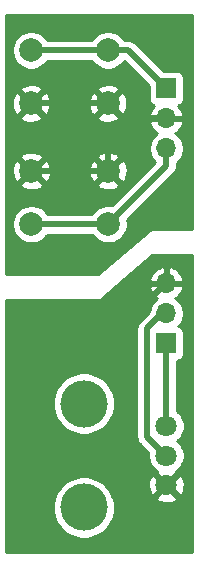
<source format=gbl>
G04 #@! TF.GenerationSoftware,KiCad,Pcbnew,(5.1.8)-1*
G04 #@! TF.CreationDate,2021-08-19T02:33:48+09:00*
G04 #@! TF.ProjectId,L3PSG6n9Side,4c335053-4736-46e3-9953-6964652e6b69,rev?*
G04 #@! TF.SameCoordinates,Original*
G04 #@! TF.FileFunction,Copper,L2,Bot*
G04 #@! TF.FilePolarity,Positive*
%FSLAX46Y46*%
G04 Gerber Fmt 4.6, Leading zero omitted, Abs format (unit mm)*
G04 Created by KiCad (PCBNEW (5.1.8)-1) date 2021-08-19 02:33:48*
%MOMM*%
%LPD*%
G01*
G04 APERTURE LIST*
G04 #@! TA.AperFunction,ComponentPad*
%ADD10C,2.000000*%
G04 #@! TD*
G04 #@! TA.AperFunction,ComponentPad*
%ADD11C,1.800000*%
G04 #@! TD*
G04 #@! TA.AperFunction,WasherPad*
%ADD12C,4.000000*%
G04 #@! TD*
G04 #@! TA.AperFunction,ComponentPad*
%ADD13R,1.700000X1.700000*%
G04 #@! TD*
G04 #@! TA.AperFunction,ComponentPad*
%ADD14O,1.700000X1.700000*%
G04 #@! TD*
G04 #@! TA.AperFunction,Conductor*
%ADD15C,0.500000*%
G04 #@! TD*
G04 #@! TA.AperFunction,Conductor*
%ADD16C,0.254000*%
G04 #@! TD*
G04 #@! TA.AperFunction,Conductor*
%ADD17C,0.100000*%
G04 #@! TD*
G04 APERTURE END LIST*
D10*
X77597000Y-69160000D03*
X77597000Y-73660000D03*
X71097000Y-69160000D03*
X71097000Y-73660000D03*
X71120000Y-83875000D03*
X71120000Y-79375000D03*
X77620000Y-83875000D03*
X77620000Y-79375000D03*
D11*
X82550000Y-105965000D03*
X82550000Y-103465000D03*
X82550000Y-100965000D03*
D12*
X75550000Y-107865000D03*
X75550000Y-99065000D03*
D13*
X82550000Y-93980000D03*
D14*
X82550000Y-91440000D03*
X82550000Y-88900000D03*
D13*
X82550000Y-72390000D03*
D14*
X82550000Y-74930000D03*
X82550000Y-77470000D03*
D15*
X81860000Y-71700000D02*
X82550000Y-72390000D01*
X71097000Y-69160000D02*
X77597000Y-69160000D01*
X79320000Y-69160000D02*
X82550000Y-72390000D01*
X77597000Y-69160000D02*
X79320000Y-69160000D01*
X78867000Y-74930000D02*
X77597000Y-73660000D01*
X82550000Y-74930000D02*
X78867000Y-74930000D01*
X77597000Y-73660000D02*
X71097000Y-73660000D01*
X71120000Y-79375000D02*
X77620000Y-79375000D01*
X77620000Y-76177000D02*
X78867000Y-74930000D01*
X77620000Y-79375000D02*
X77620000Y-76177000D01*
X82550000Y-78945000D02*
X77620000Y-83875000D01*
X82550000Y-77470000D02*
X82550000Y-78945000D01*
X77620000Y-83875000D02*
X71120000Y-83875000D01*
X82550000Y-93980000D02*
X82550000Y-100965000D01*
X82510000Y-103465000D02*
X82550000Y-103465000D01*
X80899999Y-101854999D02*
X82510000Y-103465000D01*
X80899999Y-92709001D02*
X80899999Y-101854999D01*
X82169000Y-91440000D02*
X80899999Y-92709001D01*
X82550000Y-91440000D02*
X82169000Y-91440000D01*
X82473692Y-88900000D02*
X79899989Y-91473703D01*
X82550000Y-88900000D02*
X82473692Y-88900000D01*
X79899989Y-103314989D02*
X82550000Y-105965000D01*
X79899989Y-91473703D02*
X79899989Y-103314989D01*
D16*
X84684001Y-84328000D02*
X81280000Y-84328000D01*
X81255224Y-84330440D01*
X81231399Y-84337667D01*
X81209443Y-84349403D01*
X81197349Y-84358574D01*
X76788019Y-88138000D01*
X68986000Y-88138000D01*
X68986000Y-83713967D01*
X69485000Y-83713967D01*
X69485000Y-84036033D01*
X69547832Y-84351912D01*
X69671082Y-84649463D01*
X69850013Y-84917252D01*
X70077748Y-85144987D01*
X70345537Y-85323918D01*
X70643088Y-85447168D01*
X70958967Y-85510000D01*
X71281033Y-85510000D01*
X71596912Y-85447168D01*
X71894463Y-85323918D01*
X72162252Y-85144987D01*
X72389987Y-84917252D01*
X72495059Y-84760000D01*
X76244941Y-84760000D01*
X76350013Y-84917252D01*
X76577748Y-85144987D01*
X76845537Y-85323918D01*
X77143088Y-85447168D01*
X77458967Y-85510000D01*
X77781033Y-85510000D01*
X78096912Y-85447168D01*
X78394463Y-85323918D01*
X78662252Y-85144987D01*
X78889987Y-84917252D01*
X79068918Y-84649463D01*
X79192168Y-84351912D01*
X79255000Y-84036033D01*
X79255000Y-83713967D01*
X79218103Y-83528475D01*
X83145049Y-79601530D01*
X83178817Y-79573817D01*
X83289411Y-79439059D01*
X83371589Y-79285313D01*
X83422195Y-79118490D01*
X83435000Y-78988477D01*
X83435000Y-78988469D01*
X83439281Y-78945000D01*
X83435000Y-78901531D01*
X83435000Y-78664656D01*
X83496632Y-78623475D01*
X83703475Y-78416632D01*
X83865990Y-78173411D01*
X83977932Y-77903158D01*
X84035000Y-77616260D01*
X84035000Y-77323740D01*
X83977932Y-77036842D01*
X83865990Y-76766589D01*
X83703475Y-76523368D01*
X83496632Y-76316525D01*
X83314466Y-76194805D01*
X83431355Y-76125178D01*
X83647588Y-75930269D01*
X83821641Y-75696920D01*
X83946825Y-75434099D01*
X83991476Y-75286890D01*
X83870155Y-75057000D01*
X82677000Y-75057000D01*
X82677000Y-75077000D01*
X82423000Y-75077000D01*
X82423000Y-75057000D01*
X81229845Y-75057000D01*
X81108524Y-75286890D01*
X81153175Y-75434099D01*
X81278359Y-75696920D01*
X81452412Y-75930269D01*
X81668645Y-76125178D01*
X81785534Y-76194805D01*
X81603368Y-76316525D01*
X81396525Y-76523368D01*
X81234010Y-76766589D01*
X81122068Y-77036842D01*
X81065000Y-77323740D01*
X81065000Y-77616260D01*
X81122068Y-77903158D01*
X81234010Y-78173411D01*
X81396525Y-78416632D01*
X81603368Y-78623475D01*
X81613306Y-78630115D01*
X77966525Y-82276897D01*
X77781033Y-82240000D01*
X77458967Y-82240000D01*
X77143088Y-82302832D01*
X76845537Y-82426082D01*
X76577748Y-82605013D01*
X76350013Y-82832748D01*
X76244941Y-82990000D01*
X72495059Y-82990000D01*
X72389987Y-82832748D01*
X72162252Y-82605013D01*
X71894463Y-82426082D01*
X71596912Y-82302832D01*
X71281033Y-82240000D01*
X70958967Y-82240000D01*
X70643088Y-82302832D01*
X70345537Y-82426082D01*
X70077748Y-82605013D01*
X69850013Y-82832748D01*
X69671082Y-83100537D01*
X69547832Y-83398088D01*
X69485000Y-83713967D01*
X68986000Y-83713967D01*
X68986000Y-80510413D01*
X70164192Y-80510413D01*
X70259956Y-80774814D01*
X70549571Y-80915704D01*
X70861108Y-80997384D01*
X71182595Y-81016718D01*
X71501675Y-80972961D01*
X71806088Y-80867795D01*
X71980044Y-80774814D01*
X72075808Y-80510413D01*
X76664192Y-80510413D01*
X76759956Y-80774814D01*
X77049571Y-80915704D01*
X77361108Y-80997384D01*
X77682595Y-81016718D01*
X78001675Y-80972961D01*
X78306088Y-80867795D01*
X78480044Y-80774814D01*
X78575808Y-80510413D01*
X77620000Y-79554605D01*
X76664192Y-80510413D01*
X72075808Y-80510413D01*
X71120000Y-79554605D01*
X70164192Y-80510413D01*
X68986000Y-80510413D01*
X68986000Y-79437595D01*
X69478282Y-79437595D01*
X69522039Y-79756675D01*
X69627205Y-80061088D01*
X69720186Y-80235044D01*
X69984587Y-80330808D01*
X70940395Y-79375000D01*
X71299605Y-79375000D01*
X72255413Y-80330808D01*
X72519814Y-80235044D01*
X72660704Y-79945429D01*
X72742384Y-79633892D01*
X72754189Y-79437595D01*
X75978282Y-79437595D01*
X76022039Y-79756675D01*
X76127205Y-80061088D01*
X76220186Y-80235044D01*
X76484587Y-80330808D01*
X77440395Y-79375000D01*
X77799605Y-79375000D01*
X78755413Y-80330808D01*
X79019814Y-80235044D01*
X79160704Y-79945429D01*
X79242384Y-79633892D01*
X79261718Y-79312405D01*
X79217961Y-78993325D01*
X79112795Y-78688912D01*
X79019814Y-78514956D01*
X78755413Y-78419192D01*
X77799605Y-79375000D01*
X77440395Y-79375000D01*
X76484587Y-78419192D01*
X76220186Y-78514956D01*
X76079296Y-78804571D01*
X75997616Y-79116108D01*
X75978282Y-79437595D01*
X72754189Y-79437595D01*
X72761718Y-79312405D01*
X72717961Y-78993325D01*
X72612795Y-78688912D01*
X72519814Y-78514956D01*
X72255413Y-78419192D01*
X71299605Y-79375000D01*
X70940395Y-79375000D01*
X69984587Y-78419192D01*
X69720186Y-78514956D01*
X69579296Y-78804571D01*
X69497616Y-79116108D01*
X69478282Y-79437595D01*
X68986000Y-79437595D01*
X68986000Y-78239587D01*
X70164192Y-78239587D01*
X71120000Y-79195395D01*
X72075808Y-78239587D01*
X76664192Y-78239587D01*
X77620000Y-79195395D01*
X78575808Y-78239587D01*
X78480044Y-77975186D01*
X78190429Y-77834296D01*
X77878892Y-77752616D01*
X77557405Y-77733282D01*
X77238325Y-77777039D01*
X76933912Y-77882205D01*
X76759956Y-77975186D01*
X76664192Y-78239587D01*
X72075808Y-78239587D01*
X71980044Y-77975186D01*
X71690429Y-77834296D01*
X71378892Y-77752616D01*
X71057405Y-77733282D01*
X70738325Y-77777039D01*
X70433912Y-77882205D01*
X70259956Y-77975186D01*
X70164192Y-78239587D01*
X68986000Y-78239587D01*
X68986000Y-74795413D01*
X70141192Y-74795413D01*
X70236956Y-75059814D01*
X70526571Y-75200704D01*
X70838108Y-75282384D01*
X71159595Y-75301718D01*
X71478675Y-75257961D01*
X71783088Y-75152795D01*
X71957044Y-75059814D01*
X72052808Y-74795413D01*
X76641192Y-74795413D01*
X76736956Y-75059814D01*
X77026571Y-75200704D01*
X77338108Y-75282384D01*
X77659595Y-75301718D01*
X77978675Y-75257961D01*
X78283088Y-75152795D01*
X78457044Y-75059814D01*
X78552808Y-74795413D01*
X77597000Y-73839605D01*
X76641192Y-74795413D01*
X72052808Y-74795413D01*
X71097000Y-73839605D01*
X70141192Y-74795413D01*
X68986000Y-74795413D01*
X68986000Y-73722595D01*
X69455282Y-73722595D01*
X69499039Y-74041675D01*
X69604205Y-74346088D01*
X69697186Y-74520044D01*
X69961587Y-74615808D01*
X70917395Y-73660000D01*
X71276605Y-73660000D01*
X72232413Y-74615808D01*
X72496814Y-74520044D01*
X72637704Y-74230429D01*
X72719384Y-73918892D01*
X72731189Y-73722595D01*
X75955282Y-73722595D01*
X75999039Y-74041675D01*
X76104205Y-74346088D01*
X76197186Y-74520044D01*
X76461587Y-74615808D01*
X77417395Y-73660000D01*
X77776605Y-73660000D01*
X78732413Y-74615808D01*
X78996814Y-74520044D01*
X79137704Y-74230429D01*
X79219384Y-73918892D01*
X79238718Y-73597405D01*
X79194961Y-73278325D01*
X79089795Y-72973912D01*
X78996814Y-72799956D01*
X78732413Y-72704192D01*
X77776605Y-73660000D01*
X77417395Y-73660000D01*
X76461587Y-72704192D01*
X76197186Y-72799956D01*
X76056296Y-73089571D01*
X75974616Y-73401108D01*
X75955282Y-73722595D01*
X72731189Y-73722595D01*
X72738718Y-73597405D01*
X72694961Y-73278325D01*
X72589795Y-72973912D01*
X72496814Y-72799956D01*
X72232413Y-72704192D01*
X71276605Y-73660000D01*
X70917395Y-73660000D01*
X69961587Y-72704192D01*
X69697186Y-72799956D01*
X69556296Y-73089571D01*
X69474616Y-73401108D01*
X69455282Y-73722595D01*
X68986000Y-73722595D01*
X68986000Y-72524587D01*
X70141192Y-72524587D01*
X71097000Y-73480395D01*
X72052808Y-72524587D01*
X76641192Y-72524587D01*
X77597000Y-73480395D01*
X78552808Y-72524587D01*
X78457044Y-72260186D01*
X78167429Y-72119296D01*
X77855892Y-72037616D01*
X77534405Y-72018282D01*
X77215325Y-72062039D01*
X76910912Y-72167205D01*
X76736956Y-72260186D01*
X76641192Y-72524587D01*
X72052808Y-72524587D01*
X71957044Y-72260186D01*
X71667429Y-72119296D01*
X71355892Y-72037616D01*
X71034405Y-72018282D01*
X70715325Y-72062039D01*
X70410912Y-72167205D01*
X70236956Y-72260186D01*
X70141192Y-72524587D01*
X68986000Y-72524587D01*
X68986000Y-68998967D01*
X69462000Y-68998967D01*
X69462000Y-69321033D01*
X69524832Y-69636912D01*
X69648082Y-69934463D01*
X69827013Y-70202252D01*
X70054748Y-70429987D01*
X70322537Y-70608918D01*
X70620088Y-70732168D01*
X70935967Y-70795000D01*
X71258033Y-70795000D01*
X71573912Y-70732168D01*
X71871463Y-70608918D01*
X72139252Y-70429987D01*
X72366987Y-70202252D01*
X72472059Y-70045000D01*
X76221941Y-70045000D01*
X76327013Y-70202252D01*
X76554748Y-70429987D01*
X76822537Y-70608918D01*
X77120088Y-70732168D01*
X77435967Y-70795000D01*
X77758033Y-70795000D01*
X78073912Y-70732168D01*
X78371463Y-70608918D01*
X78639252Y-70429987D01*
X78866987Y-70202252D01*
X78964594Y-70056172D01*
X81061928Y-72153507D01*
X81061928Y-73240000D01*
X81074188Y-73364482D01*
X81110498Y-73484180D01*
X81169463Y-73594494D01*
X81248815Y-73691185D01*
X81345506Y-73770537D01*
X81455820Y-73829502D01*
X81536466Y-73853966D01*
X81452412Y-73929731D01*
X81278359Y-74163080D01*
X81153175Y-74425901D01*
X81108524Y-74573110D01*
X81229845Y-74803000D01*
X82423000Y-74803000D01*
X82423000Y-74783000D01*
X82677000Y-74783000D01*
X82677000Y-74803000D01*
X83870155Y-74803000D01*
X83991476Y-74573110D01*
X83946825Y-74425901D01*
X83821641Y-74163080D01*
X83647588Y-73929731D01*
X83563534Y-73853966D01*
X83644180Y-73829502D01*
X83754494Y-73770537D01*
X83851185Y-73691185D01*
X83930537Y-73594494D01*
X83989502Y-73484180D01*
X84025812Y-73364482D01*
X84038072Y-73240000D01*
X84038072Y-71540000D01*
X84025812Y-71415518D01*
X83989502Y-71295820D01*
X83930537Y-71185506D01*
X83851185Y-71088815D01*
X83754494Y-71009463D01*
X83644180Y-70950498D01*
X83524482Y-70914188D01*
X83400000Y-70901928D01*
X82313507Y-70901928D01*
X79976534Y-68564956D01*
X79948817Y-68531183D01*
X79814059Y-68420589D01*
X79660313Y-68338411D01*
X79493490Y-68287805D01*
X79363477Y-68275000D01*
X79363469Y-68275000D01*
X79320000Y-68270719D01*
X79276531Y-68275000D01*
X78972059Y-68275000D01*
X78866987Y-68117748D01*
X78639252Y-67890013D01*
X78371463Y-67711082D01*
X78073912Y-67587832D01*
X77758033Y-67525000D01*
X77435967Y-67525000D01*
X77120088Y-67587832D01*
X76822537Y-67711082D01*
X76554748Y-67890013D01*
X76327013Y-68117748D01*
X76221941Y-68275000D01*
X72472059Y-68275000D01*
X72366987Y-68117748D01*
X72139252Y-67890013D01*
X71871463Y-67711082D01*
X71573912Y-67587832D01*
X71258033Y-67525000D01*
X70935967Y-67525000D01*
X70620088Y-67587832D01*
X70322537Y-67711082D01*
X70054748Y-67890013D01*
X69827013Y-68117748D01*
X69648082Y-68385537D01*
X69524832Y-68683088D01*
X69462000Y-68998967D01*
X68986000Y-68998967D01*
X68986000Y-66167000D01*
X84684001Y-66167000D01*
X84684001Y-84328000D01*
G04 #@! TA.AperFunction,Conductor*
D17*
G36*
X84684001Y-84328000D02*
G01*
X81280000Y-84328000D01*
X81255224Y-84330440D01*
X81231399Y-84337667D01*
X81209443Y-84349403D01*
X81197349Y-84358574D01*
X76788019Y-88138000D01*
X68986000Y-88138000D01*
X68986000Y-83713967D01*
X69485000Y-83713967D01*
X69485000Y-84036033D01*
X69547832Y-84351912D01*
X69671082Y-84649463D01*
X69850013Y-84917252D01*
X70077748Y-85144987D01*
X70345537Y-85323918D01*
X70643088Y-85447168D01*
X70958967Y-85510000D01*
X71281033Y-85510000D01*
X71596912Y-85447168D01*
X71894463Y-85323918D01*
X72162252Y-85144987D01*
X72389987Y-84917252D01*
X72495059Y-84760000D01*
X76244941Y-84760000D01*
X76350013Y-84917252D01*
X76577748Y-85144987D01*
X76845537Y-85323918D01*
X77143088Y-85447168D01*
X77458967Y-85510000D01*
X77781033Y-85510000D01*
X78096912Y-85447168D01*
X78394463Y-85323918D01*
X78662252Y-85144987D01*
X78889987Y-84917252D01*
X79068918Y-84649463D01*
X79192168Y-84351912D01*
X79255000Y-84036033D01*
X79255000Y-83713967D01*
X79218103Y-83528475D01*
X83145049Y-79601530D01*
X83178817Y-79573817D01*
X83289411Y-79439059D01*
X83371589Y-79285313D01*
X83422195Y-79118490D01*
X83435000Y-78988477D01*
X83435000Y-78988469D01*
X83439281Y-78945000D01*
X83435000Y-78901531D01*
X83435000Y-78664656D01*
X83496632Y-78623475D01*
X83703475Y-78416632D01*
X83865990Y-78173411D01*
X83977932Y-77903158D01*
X84035000Y-77616260D01*
X84035000Y-77323740D01*
X83977932Y-77036842D01*
X83865990Y-76766589D01*
X83703475Y-76523368D01*
X83496632Y-76316525D01*
X83314466Y-76194805D01*
X83431355Y-76125178D01*
X83647588Y-75930269D01*
X83821641Y-75696920D01*
X83946825Y-75434099D01*
X83991476Y-75286890D01*
X83870155Y-75057000D01*
X82677000Y-75057000D01*
X82677000Y-75077000D01*
X82423000Y-75077000D01*
X82423000Y-75057000D01*
X81229845Y-75057000D01*
X81108524Y-75286890D01*
X81153175Y-75434099D01*
X81278359Y-75696920D01*
X81452412Y-75930269D01*
X81668645Y-76125178D01*
X81785534Y-76194805D01*
X81603368Y-76316525D01*
X81396525Y-76523368D01*
X81234010Y-76766589D01*
X81122068Y-77036842D01*
X81065000Y-77323740D01*
X81065000Y-77616260D01*
X81122068Y-77903158D01*
X81234010Y-78173411D01*
X81396525Y-78416632D01*
X81603368Y-78623475D01*
X81613306Y-78630115D01*
X77966525Y-82276897D01*
X77781033Y-82240000D01*
X77458967Y-82240000D01*
X77143088Y-82302832D01*
X76845537Y-82426082D01*
X76577748Y-82605013D01*
X76350013Y-82832748D01*
X76244941Y-82990000D01*
X72495059Y-82990000D01*
X72389987Y-82832748D01*
X72162252Y-82605013D01*
X71894463Y-82426082D01*
X71596912Y-82302832D01*
X71281033Y-82240000D01*
X70958967Y-82240000D01*
X70643088Y-82302832D01*
X70345537Y-82426082D01*
X70077748Y-82605013D01*
X69850013Y-82832748D01*
X69671082Y-83100537D01*
X69547832Y-83398088D01*
X69485000Y-83713967D01*
X68986000Y-83713967D01*
X68986000Y-80510413D01*
X70164192Y-80510413D01*
X70259956Y-80774814D01*
X70549571Y-80915704D01*
X70861108Y-80997384D01*
X71182595Y-81016718D01*
X71501675Y-80972961D01*
X71806088Y-80867795D01*
X71980044Y-80774814D01*
X72075808Y-80510413D01*
X76664192Y-80510413D01*
X76759956Y-80774814D01*
X77049571Y-80915704D01*
X77361108Y-80997384D01*
X77682595Y-81016718D01*
X78001675Y-80972961D01*
X78306088Y-80867795D01*
X78480044Y-80774814D01*
X78575808Y-80510413D01*
X77620000Y-79554605D01*
X76664192Y-80510413D01*
X72075808Y-80510413D01*
X71120000Y-79554605D01*
X70164192Y-80510413D01*
X68986000Y-80510413D01*
X68986000Y-79437595D01*
X69478282Y-79437595D01*
X69522039Y-79756675D01*
X69627205Y-80061088D01*
X69720186Y-80235044D01*
X69984587Y-80330808D01*
X70940395Y-79375000D01*
X71299605Y-79375000D01*
X72255413Y-80330808D01*
X72519814Y-80235044D01*
X72660704Y-79945429D01*
X72742384Y-79633892D01*
X72754189Y-79437595D01*
X75978282Y-79437595D01*
X76022039Y-79756675D01*
X76127205Y-80061088D01*
X76220186Y-80235044D01*
X76484587Y-80330808D01*
X77440395Y-79375000D01*
X77799605Y-79375000D01*
X78755413Y-80330808D01*
X79019814Y-80235044D01*
X79160704Y-79945429D01*
X79242384Y-79633892D01*
X79261718Y-79312405D01*
X79217961Y-78993325D01*
X79112795Y-78688912D01*
X79019814Y-78514956D01*
X78755413Y-78419192D01*
X77799605Y-79375000D01*
X77440395Y-79375000D01*
X76484587Y-78419192D01*
X76220186Y-78514956D01*
X76079296Y-78804571D01*
X75997616Y-79116108D01*
X75978282Y-79437595D01*
X72754189Y-79437595D01*
X72761718Y-79312405D01*
X72717961Y-78993325D01*
X72612795Y-78688912D01*
X72519814Y-78514956D01*
X72255413Y-78419192D01*
X71299605Y-79375000D01*
X70940395Y-79375000D01*
X69984587Y-78419192D01*
X69720186Y-78514956D01*
X69579296Y-78804571D01*
X69497616Y-79116108D01*
X69478282Y-79437595D01*
X68986000Y-79437595D01*
X68986000Y-78239587D01*
X70164192Y-78239587D01*
X71120000Y-79195395D01*
X72075808Y-78239587D01*
X76664192Y-78239587D01*
X77620000Y-79195395D01*
X78575808Y-78239587D01*
X78480044Y-77975186D01*
X78190429Y-77834296D01*
X77878892Y-77752616D01*
X77557405Y-77733282D01*
X77238325Y-77777039D01*
X76933912Y-77882205D01*
X76759956Y-77975186D01*
X76664192Y-78239587D01*
X72075808Y-78239587D01*
X71980044Y-77975186D01*
X71690429Y-77834296D01*
X71378892Y-77752616D01*
X71057405Y-77733282D01*
X70738325Y-77777039D01*
X70433912Y-77882205D01*
X70259956Y-77975186D01*
X70164192Y-78239587D01*
X68986000Y-78239587D01*
X68986000Y-74795413D01*
X70141192Y-74795413D01*
X70236956Y-75059814D01*
X70526571Y-75200704D01*
X70838108Y-75282384D01*
X71159595Y-75301718D01*
X71478675Y-75257961D01*
X71783088Y-75152795D01*
X71957044Y-75059814D01*
X72052808Y-74795413D01*
X76641192Y-74795413D01*
X76736956Y-75059814D01*
X77026571Y-75200704D01*
X77338108Y-75282384D01*
X77659595Y-75301718D01*
X77978675Y-75257961D01*
X78283088Y-75152795D01*
X78457044Y-75059814D01*
X78552808Y-74795413D01*
X77597000Y-73839605D01*
X76641192Y-74795413D01*
X72052808Y-74795413D01*
X71097000Y-73839605D01*
X70141192Y-74795413D01*
X68986000Y-74795413D01*
X68986000Y-73722595D01*
X69455282Y-73722595D01*
X69499039Y-74041675D01*
X69604205Y-74346088D01*
X69697186Y-74520044D01*
X69961587Y-74615808D01*
X70917395Y-73660000D01*
X71276605Y-73660000D01*
X72232413Y-74615808D01*
X72496814Y-74520044D01*
X72637704Y-74230429D01*
X72719384Y-73918892D01*
X72731189Y-73722595D01*
X75955282Y-73722595D01*
X75999039Y-74041675D01*
X76104205Y-74346088D01*
X76197186Y-74520044D01*
X76461587Y-74615808D01*
X77417395Y-73660000D01*
X77776605Y-73660000D01*
X78732413Y-74615808D01*
X78996814Y-74520044D01*
X79137704Y-74230429D01*
X79219384Y-73918892D01*
X79238718Y-73597405D01*
X79194961Y-73278325D01*
X79089795Y-72973912D01*
X78996814Y-72799956D01*
X78732413Y-72704192D01*
X77776605Y-73660000D01*
X77417395Y-73660000D01*
X76461587Y-72704192D01*
X76197186Y-72799956D01*
X76056296Y-73089571D01*
X75974616Y-73401108D01*
X75955282Y-73722595D01*
X72731189Y-73722595D01*
X72738718Y-73597405D01*
X72694961Y-73278325D01*
X72589795Y-72973912D01*
X72496814Y-72799956D01*
X72232413Y-72704192D01*
X71276605Y-73660000D01*
X70917395Y-73660000D01*
X69961587Y-72704192D01*
X69697186Y-72799956D01*
X69556296Y-73089571D01*
X69474616Y-73401108D01*
X69455282Y-73722595D01*
X68986000Y-73722595D01*
X68986000Y-72524587D01*
X70141192Y-72524587D01*
X71097000Y-73480395D01*
X72052808Y-72524587D01*
X76641192Y-72524587D01*
X77597000Y-73480395D01*
X78552808Y-72524587D01*
X78457044Y-72260186D01*
X78167429Y-72119296D01*
X77855892Y-72037616D01*
X77534405Y-72018282D01*
X77215325Y-72062039D01*
X76910912Y-72167205D01*
X76736956Y-72260186D01*
X76641192Y-72524587D01*
X72052808Y-72524587D01*
X71957044Y-72260186D01*
X71667429Y-72119296D01*
X71355892Y-72037616D01*
X71034405Y-72018282D01*
X70715325Y-72062039D01*
X70410912Y-72167205D01*
X70236956Y-72260186D01*
X70141192Y-72524587D01*
X68986000Y-72524587D01*
X68986000Y-68998967D01*
X69462000Y-68998967D01*
X69462000Y-69321033D01*
X69524832Y-69636912D01*
X69648082Y-69934463D01*
X69827013Y-70202252D01*
X70054748Y-70429987D01*
X70322537Y-70608918D01*
X70620088Y-70732168D01*
X70935967Y-70795000D01*
X71258033Y-70795000D01*
X71573912Y-70732168D01*
X71871463Y-70608918D01*
X72139252Y-70429987D01*
X72366987Y-70202252D01*
X72472059Y-70045000D01*
X76221941Y-70045000D01*
X76327013Y-70202252D01*
X76554748Y-70429987D01*
X76822537Y-70608918D01*
X77120088Y-70732168D01*
X77435967Y-70795000D01*
X77758033Y-70795000D01*
X78073912Y-70732168D01*
X78371463Y-70608918D01*
X78639252Y-70429987D01*
X78866987Y-70202252D01*
X78964594Y-70056172D01*
X81061928Y-72153507D01*
X81061928Y-73240000D01*
X81074188Y-73364482D01*
X81110498Y-73484180D01*
X81169463Y-73594494D01*
X81248815Y-73691185D01*
X81345506Y-73770537D01*
X81455820Y-73829502D01*
X81536466Y-73853966D01*
X81452412Y-73929731D01*
X81278359Y-74163080D01*
X81153175Y-74425901D01*
X81108524Y-74573110D01*
X81229845Y-74803000D01*
X82423000Y-74803000D01*
X82423000Y-74783000D01*
X82677000Y-74783000D01*
X82677000Y-74803000D01*
X83870155Y-74803000D01*
X83991476Y-74573110D01*
X83946825Y-74425901D01*
X83821641Y-74163080D01*
X83647588Y-73929731D01*
X83563534Y-73853966D01*
X83644180Y-73829502D01*
X83754494Y-73770537D01*
X83851185Y-73691185D01*
X83930537Y-73594494D01*
X83989502Y-73484180D01*
X84025812Y-73364482D01*
X84038072Y-73240000D01*
X84038072Y-71540000D01*
X84025812Y-71415518D01*
X83989502Y-71295820D01*
X83930537Y-71185506D01*
X83851185Y-71088815D01*
X83754494Y-71009463D01*
X83644180Y-70950498D01*
X83524482Y-70914188D01*
X83400000Y-70901928D01*
X82313507Y-70901928D01*
X79976534Y-68564956D01*
X79948817Y-68531183D01*
X79814059Y-68420589D01*
X79660313Y-68338411D01*
X79493490Y-68287805D01*
X79363477Y-68275000D01*
X79363469Y-68275000D01*
X79320000Y-68270719D01*
X79276531Y-68275000D01*
X78972059Y-68275000D01*
X78866987Y-68117748D01*
X78639252Y-67890013D01*
X78371463Y-67711082D01*
X78073912Y-67587832D01*
X77758033Y-67525000D01*
X77435967Y-67525000D01*
X77120088Y-67587832D01*
X76822537Y-67711082D01*
X76554748Y-67890013D01*
X76327013Y-68117748D01*
X76221941Y-68275000D01*
X72472059Y-68275000D01*
X72366987Y-68117748D01*
X72139252Y-67890013D01*
X71871463Y-67711082D01*
X71573912Y-67587832D01*
X71258033Y-67525000D01*
X70935967Y-67525000D01*
X70620088Y-67587832D01*
X70322537Y-67711082D01*
X70054748Y-67890013D01*
X69827013Y-68117748D01*
X69648082Y-68385537D01*
X69524832Y-68683088D01*
X69462000Y-68998967D01*
X68986000Y-68998967D01*
X68986000Y-66167000D01*
X84684001Y-66167000D01*
X84684001Y-84328000D01*
G37*
G04 #@! TD.AperFunction*
D16*
X84684000Y-111633000D02*
X68986000Y-111633000D01*
X68986000Y-107605475D01*
X72915000Y-107605475D01*
X72915000Y-108124525D01*
X73016261Y-108633601D01*
X73214893Y-109113141D01*
X73503262Y-109544715D01*
X73870285Y-109911738D01*
X74301859Y-110200107D01*
X74781399Y-110398739D01*
X75290475Y-110500000D01*
X75809525Y-110500000D01*
X76318601Y-110398739D01*
X76798141Y-110200107D01*
X77229715Y-109911738D01*
X77596738Y-109544715D01*
X77885107Y-109113141D01*
X78083739Y-108633601D01*
X78185000Y-108124525D01*
X78185000Y-107605475D01*
X78083739Y-107096399D01*
X78055855Y-107029080D01*
X81665525Y-107029080D01*
X81749208Y-107283261D01*
X82021775Y-107414158D01*
X82314642Y-107489365D01*
X82616553Y-107505991D01*
X82915907Y-107463397D01*
X83201199Y-107363222D01*
X83350792Y-107283261D01*
X83434475Y-107029080D01*
X82550000Y-106144605D01*
X81665525Y-107029080D01*
X78055855Y-107029080D01*
X77885107Y-106616859D01*
X77596738Y-106185285D01*
X77443006Y-106031553D01*
X81009009Y-106031553D01*
X81051603Y-106330907D01*
X81151778Y-106616199D01*
X81231739Y-106765792D01*
X81485920Y-106849475D01*
X82370395Y-105965000D01*
X82729605Y-105965000D01*
X83614080Y-106849475D01*
X83868261Y-106765792D01*
X83999158Y-106493225D01*
X84074365Y-106200358D01*
X84090991Y-105898447D01*
X84048397Y-105599093D01*
X83948222Y-105313801D01*
X83868261Y-105164208D01*
X83614080Y-105080525D01*
X82729605Y-105965000D01*
X82370395Y-105965000D01*
X81485920Y-105080525D01*
X81231739Y-105164208D01*
X81100842Y-105436775D01*
X81025635Y-105729642D01*
X81009009Y-106031553D01*
X77443006Y-106031553D01*
X77229715Y-105818262D01*
X76798141Y-105529893D01*
X76318601Y-105331261D01*
X75809525Y-105230000D01*
X75290475Y-105230000D01*
X74781399Y-105331261D01*
X74301859Y-105529893D01*
X73870285Y-105818262D01*
X73503262Y-106185285D01*
X73214893Y-106616859D01*
X73016261Y-107096399D01*
X72915000Y-107605475D01*
X68986000Y-107605475D01*
X68986000Y-98805475D01*
X72915000Y-98805475D01*
X72915000Y-99324525D01*
X73016261Y-99833601D01*
X73214893Y-100313141D01*
X73503262Y-100744715D01*
X73870285Y-101111738D01*
X74301859Y-101400107D01*
X74781399Y-101598739D01*
X75290475Y-101700000D01*
X75809525Y-101700000D01*
X76318601Y-101598739D01*
X76798141Y-101400107D01*
X77229715Y-101111738D01*
X77596738Y-100744715D01*
X77885107Y-100313141D01*
X78083739Y-99833601D01*
X78185000Y-99324525D01*
X78185000Y-98805475D01*
X78083739Y-98296399D01*
X77885107Y-97816859D01*
X77596738Y-97385285D01*
X77229715Y-97018262D01*
X76798141Y-96729893D01*
X76318601Y-96531261D01*
X75809525Y-96430000D01*
X75290475Y-96430000D01*
X74781399Y-96531261D01*
X74301859Y-96729893D01*
X73870285Y-97018262D01*
X73503262Y-97385285D01*
X73214893Y-97816859D01*
X73016261Y-98296399D01*
X72915000Y-98805475D01*
X68986000Y-98805475D01*
X68986000Y-92709001D01*
X80010718Y-92709001D01*
X80014999Y-92752470D01*
X80015000Y-101811520D01*
X80010718Y-101854999D01*
X80027804Y-102028489D01*
X80078411Y-102195312D01*
X80160589Y-102349058D01*
X80243467Y-102450045D01*
X80243470Y-102450048D01*
X80271183Y-102483816D01*
X80304950Y-102511528D01*
X81030303Y-103236882D01*
X81015000Y-103313816D01*
X81015000Y-103616184D01*
X81073989Y-103912743D01*
X81189701Y-104192095D01*
X81357688Y-104443505D01*
X81571495Y-104657312D01*
X81714310Y-104752738D01*
X81665525Y-104900920D01*
X82550000Y-105785395D01*
X83434475Y-104900920D01*
X83385690Y-104752738D01*
X83528505Y-104657312D01*
X83742312Y-104443505D01*
X83910299Y-104192095D01*
X84026011Y-103912743D01*
X84085000Y-103616184D01*
X84085000Y-103313816D01*
X84026011Y-103017257D01*
X83910299Y-102737905D01*
X83742312Y-102486495D01*
X83528505Y-102272688D01*
X83442169Y-102215000D01*
X83528505Y-102157312D01*
X83742312Y-101943505D01*
X83910299Y-101692095D01*
X84026011Y-101412743D01*
X84085000Y-101116184D01*
X84085000Y-100813816D01*
X84026011Y-100517257D01*
X83910299Y-100237905D01*
X83742312Y-99986495D01*
X83528505Y-99772688D01*
X83435000Y-99710210D01*
X83435000Y-95464625D01*
X83524482Y-95455812D01*
X83644180Y-95419502D01*
X83754494Y-95360537D01*
X83851185Y-95281185D01*
X83930537Y-95184494D01*
X83989502Y-95074180D01*
X84025812Y-94954482D01*
X84038072Y-94830000D01*
X84038072Y-93130000D01*
X84025812Y-93005518D01*
X83989502Y-92885820D01*
X83930537Y-92775506D01*
X83851185Y-92678815D01*
X83754494Y-92599463D01*
X83644180Y-92540498D01*
X83571620Y-92518487D01*
X83703475Y-92386632D01*
X83865990Y-92143411D01*
X83977932Y-91873158D01*
X84035000Y-91586260D01*
X84035000Y-91293740D01*
X83977932Y-91006842D01*
X83865990Y-90736589D01*
X83703475Y-90493368D01*
X83496632Y-90286525D01*
X83314466Y-90164805D01*
X83431355Y-90095178D01*
X83647588Y-89900269D01*
X83821641Y-89666920D01*
X83946825Y-89404099D01*
X83991476Y-89256890D01*
X83870155Y-89027000D01*
X82677000Y-89027000D01*
X82677000Y-89047000D01*
X82423000Y-89047000D01*
X82423000Y-89027000D01*
X81229845Y-89027000D01*
X81108524Y-89256890D01*
X81153175Y-89404099D01*
X81278359Y-89666920D01*
X81452412Y-89900269D01*
X81668645Y-90095178D01*
X81785534Y-90164805D01*
X81603368Y-90286525D01*
X81396525Y-90493368D01*
X81234010Y-90736589D01*
X81122068Y-91006842D01*
X81065327Y-91292094D01*
X80304955Y-92052467D01*
X80271182Y-92080184D01*
X80160588Y-92214943D01*
X80078410Y-92368689D01*
X80027804Y-92535512D01*
X80014999Y-92665525D01*
X80014999Y-92665532D01*
X80010718Y-92709001D01*
X68986000Y-92709001D01*
X68986000Y-90297000D01*
X76835000Y-90297000D01*
X76859776Y-90294560D01*
X76883601Y-90287333D01*
X76905557Y-90275597D01*
X76917651Y-90266426D01*
X78928186Y-88543110D01*
X81108524Y-88543110D01*
X81229845Y-88773000D01*
X82423000Y-88773000D01*
X82423000Y-87579186D01*
X82677000Y-87579186D01*
X82677000Y-88773000D01*
X83870155Y-88773000D01*
X83991476Y-88543110D01*
X83946825Y-88395901D01*
X83821641Y-88133080D01*
X83647588Y-87899731D01*
X83431355Y-87704822D01*
X83181252Y-87555843D01*
X82906891Y-87458519D01*
X82677000Y-87579186D01*
X82423000Y-87579186D01*
X82193109Y-87458519D01*
X81918748Y-87555843D01*
X81668645Y-87704822D01*
X81452412Y-87899731D01*
X81278359Y-88133080D01*
X81153175Y-88395901D01*
X81108524Y-88543110D01*
X78928186Y-88543110D01*
X81326981Y-86487000D01*
X84684001Y-86487000D01*
X84684000Y-111633000D01*
G04 #@! TA.AperFunction,Conductor*
D17*
G36*
X84684000Y-111633000D02*
G01*
X68986000Y-111633000D01*
X68986000Y-107605475D01*
X72915000Y-107605475D01*
X72915000Y-108124525D01*
X73016261Y-108633601D01*
X73214893Y-109113141D01*
X73503262Y-109544715D01*
X73870285Y-109911738D01*
X74301859Y-110200107D01*
X74781399Y-110398739D01*
X75290475Y-110500000D01*
X75809525Y-110500000D01*
X76318601Y-110398739D01*
X76798141Y-110200107D01*
X77229715Y-109911738D01*
X77596738Y-109544715D01*
X77885107Y-109113141D01*
X78083739Y-108633601D01*
X78185000Y-108124525D01*
X78185000Y-107605475D01*
X78083739Y-107096399D01*
X78055855Y-107029080D01*
X81665525Y-107029080D01*
X81749208Y-107283261D01*
X82021775Y-107414158D01*
X82314642Y-107489365D01*
X82616553Y-107505991D01*
X82915907Y-107463397D01*
X83201199Y-107363222D01*
X83350792Y-107283261D01*
X83434475Y-107029080D01*
X82550000Y-106144605D01*
X81665525Y-107029080D01*
X78055855Y-107029080D01*
X77885107Y-106616859D01*
X77596738Y-106185285D01*
X77443006Y-106031553D01*
X81009009Y-106031553D01*
X81051603Y-106330907D01*
X81151778Y-106616199D01*
X81231739Y-106765792D01*
X81485920Y-106849475D01*
X82370395Y-105965000D01*
X82729605Y-105965000D01*
X83614080Y-106849475D01*
X83868261Y-106765792D01*
X83999158Y-106493225D01*
X84074365Y-106200358D01*
X84090991Y-105898447D01*
X84048397Y-105599093D01*
X83948222Y-105313801D01*
X83868261Y-105164208D01*
X83614080Y-105080525D01*
X82729605Y-105965000D01*
X82370395Y-105965000D01*
X81485920Y-105080525D01*
X81231739Y-105164208D01*
X81100842Y-105436775D01*
X81025635Y-105729642D01*
X81009009Y-106031553D01*
X77443006Y-106031553D01*
X77229715Y-105818262D01*
X76798141Y-105529893D01*
X76318601Y-105331261D01*
X75809525Y-105230000D01*
X75290475Y-105230000D01*
X74781399Y-105331261D01*
X74301859Y-105529893D01*
X73870285Y-105818262D01*
X73503262Y-106185285D01*
X73214893Y-106616859D01*
X73016261Y-107096399D01*
X72915000Y-107605475D01*
X68986000Y-107605475D01*
X68986000Y-98805475D01*
X72915000Y-98805475D01*
X72915000Y-99324525D01*
X73016261Y-99833601D01*
X73214893Y-100313141D01*
X73503262Y-100744715D01*
X73870285Y-101111738D01*
X74301859Y-101400107D01*
X74781399Y-101598739D01*
X75290475Y-101700000D01*
X75809525Y-101700000D01*
X76318601Y-101598739D01*
X76798141Y-101400107D01*
X77229715Y-101111738D01*
X77596738Y-100744715D01*
X77885107Y-100313141D01*
X78083739Y-99833601D01*
X78185000Y-99324525D01*
X78185000Y-98805475D01*
X78083739Y-98296399D01*
X77885107Y-97816859D01*
X77596738Y-97385285D01*
X77229715Y-97018262D01*
X76798141Y-96729893D01*
X76318601Y-96531261D01*
X75809525Y-96430000D01*
X75290475Y-96430000D01*
X74781399Y-96531261D01*
X74301859Y-96729893D01*
X73870285Y-97018262D01*
X73503262Y-97385285D01*
X73214893Y-97816859D01*
X73016261Y-98296399D01*
X72915000Y-98805475D01*
X68986000Y-98805475D01*
X68986000Y-92709001D01*
X80010718Y-92709001D01*
X80014999Y-92752470D01*
X80015000Y-101811520D01*
X80010718Y-101854999D01*
X80027804Y-102028489D01*
X80078411Y-102195312D01*
X80160589Y-102349058D01*
X80243467Y-102450045D01*
X80243470Y-102450048D01*
X80271183Y-102483816D01*
X80304950Y-102511528D01*
X81030303Y-103236882D01*
X81015000Y-103313816D01*
X81015000Y-103616184D01*
X81073989Y-103912743D01*
X81189701Y-104192095D01*
X81357688Y-104443505D01*
X81571495Y-104657312D01*
X81714310Y-104752738D01*
X81665525Y-104900920D01*
X82550000Y-105785395D01*
X83434475Y-104900920D01*
X83385690Y-104752738D01*
X83528505Y-104657312D01*
X83742312Y-104443505D01*
X83910299Y-104192095D01*
X84026011Y-103912743D01*
X84085000Y-103616184D01*
X84085000Y-103313816D01*
X84026011Y-103017257D01*
X83910299Y-102737905D01*
X83742312Y-102486495D01*
X83528505Y-102272688D01*
X83442169Y-102215000D01*
X83528505Y-102157312D01*
X83742312Y-101943505D01*
X83910299Y-101692095D01*
X84026011Y-101412743D01*
X84085000Y-101116184D01*
X84085000Y-100813816D01*
X84026011Y-100517257D01*
X83910299Y-100237905D01*
X83742312Y-99986495D01*
X83528505Y-99772688D01*
X83435000Y-99710210D01*
X83435000Y-95464625D01*
X83524482Y-95455812D01*
X83644180Y-95419502D01*
X83754494Y-95360537D01*
X83851185Y-95281185D01*
X83930537Y-95184494D01*
X83989502Y-95074180D01*
X84025812Y-94954482D01*
X84038072Y-94830000D01*
X84038072Y-93130000D01*
X84025812Y-93005518D01*
X83989502Y-92885820D01*
X83930537Y-92775506D01*
X83851185Y-92678815D01*
X83754494Y-92599463D01*
X83644180Y-92540498D01*
X83571620Y-92518487D01*
X83703475Y-92386632D01*
X83865990Y-92143411D01*
X83977932Y-91873158D01*
X84035000Y-91586260D01*
X84035000Y-91293740D01*
X83977932Y-91006842D01*
X83865990Y-90736589D01*
X83703475Y-90493368D01*
X83496632Y-90286525D01*
X83314466Y-90164805D01*
X83431355Y-90095178D01*
X83647588Y-89900269D01*
X83821641Y-89666920D01*
X83946825Y-89404099D01*
X83991476Y-89256890D01*
X83870155Y-89027000D01*
X82677000Y-89027000D01*
X82677000Y-89047000D01*
X82423000Y-89047000D01*
X82423000Y-89027000D01*
X81229845Y-89027000D01*
X81108524Y-89256890D01*
X81153175Y-89404099D01*
X81278359Y-89666920D01*
X81452412Y-89900269D01*
X81668645Y-90095178D01*
X81785534Y-90164805D01*
X81603368Y-90286525D01*
X81396525Y-90493368D01*
X81234010Y-90736589D01*
X81122068Y-91006842D01*
X81065327Y-91292094D01*
X80304955Y-92052467D01*
X80271182Y-92080184D01*
X80160588Y-92214943D01*
X80078410Y-92368689D01*
X80027804Y-92535512D01*
X80014999Y-92665525D01*
X80014999Y-92665532D01*
X80010718Y-92709001D01*
X68986000Y-92709001D01*
X68986000Y-90297000D01*
X76835000Y-90297000D01*
X76859776Y-90294560D01*
X76883601Y-90287333D01*
X76905557Y-90275597D01*
X76917651Y-90266426D01*
X78928186Y-88543110D01*
X81108524Y-88543110D01*
X81229845Y-88773000D01*
X82423000Y-88773000D01*
X82423000Y-87579186D01*
X82677000Y-87579186D01*
X82677000Y-88773000D01*
X83870155Y-88773000D01*
X83991476Y-88543110D01*
X83946825Y-88395901D01*
X83821641Y-88133080D01*
X83647588Y-87899731D01*
X83431355Y-87704822D01*
X83181252Y-87555843D01*
X82906891Y-87458519D01*
X82677000Y-87579186D01*
X82423000Y-87579186D01*
X82193109Y-87458519D01*
X81918748Y-87555843D01*
X81668645Y-87704822D01*
X81452412Y-87899731D01*
X81278359Y-88133080D01*
X81153175Y-88395901D01*
X81108524Y-88543110D01*
X78928186Y-88543110D01*
X81326981Y-86487000D01*
X84684001Y-86487000D01*
X84684000Y-111633000D01*
G37*
G04 #@! TD.AperFunction*
M02*

</source>
